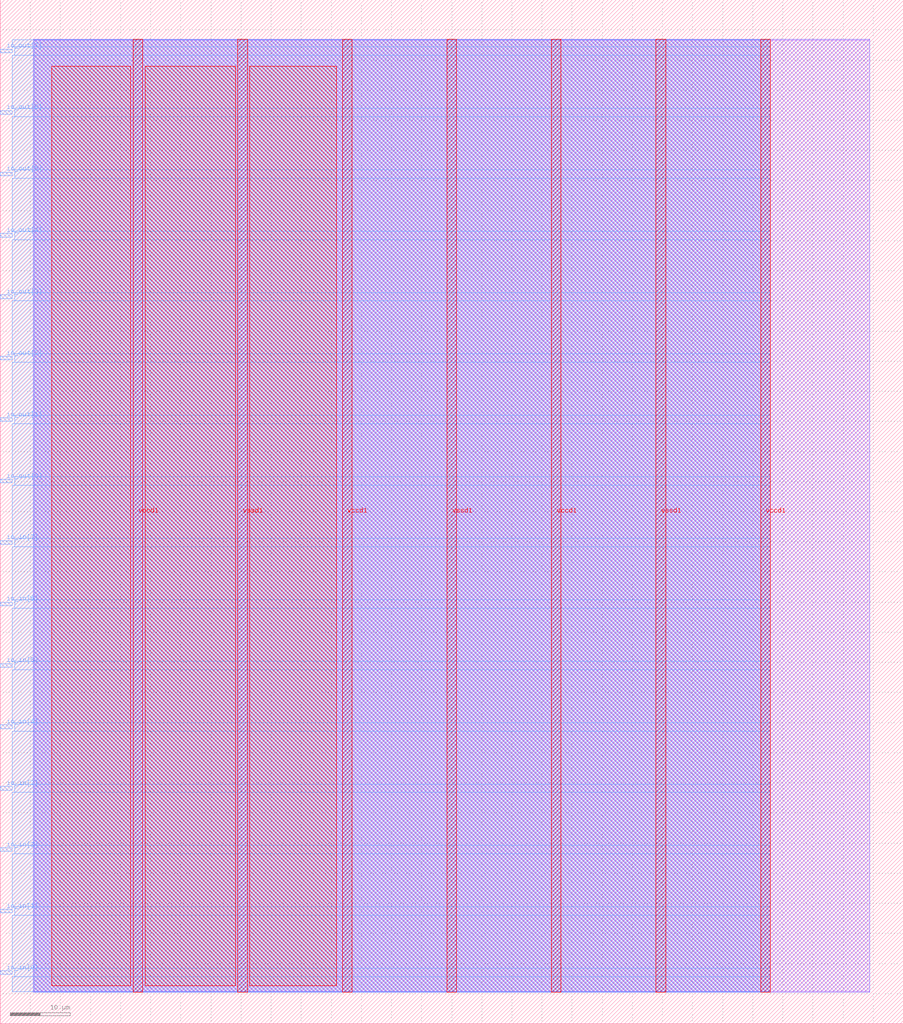
<source format=lef>
VERSION 5.7 ;
  NOWIREEXTENSIONATPIN ON ;
  DIVIDERCHAR "/" ;
  BUSBITCHARS "[]" ;
MACRO tt2_tholin_namebadge
  CLASS BLOCK ;
  FOREIGN tt2_tholin_namebadge ;
  ORIGIN 0.000 0.000 ;
  SIZE 150.000 BY 170.000 ;
  PIN io_in[0]
    DIRECTION INPUT ;
    USE SIGNAL ;
    PORT
      LAYER met3 ;
        RECT 0.000 8.200 2.000 8.800 ;
    END
  END io_in[0]
  PIN io_in[1]
    DIRECTION INPUT ;
    USE SIGNAL ;
    PORT
      LAYER met3 ;
        RECT 0.000 18.400 2.000 19.000 ;
    END
  END io_in[1]
  PIN io_in[2]
    DIRECTION INPUT ;
    USE SIGNAL ;
    PORT
      LAYER met3 ;
        RECT 0.000 28.600 2.000 29.200 ;
    END
  END io_in[2]
  PIN io_in[3]
    DIRECTION INPUT ;
    USE SIGNAL ;
    PORT
      LAYER met3 ;
        RECT 0.000 38.800 2.000 39.400 ;
    END
  END io_in[3]
  PIN io_in[4]
    DIRECTION INPUT ;
    USE SIGNAL ;
    PORT
      LAYER met3 ;
        RECT 0.000 49.000 2.000 49.600 ;
    END
  END io_in[4]
  PIN io_in[5]
    DIRECTION INPUT ;
    USE SIGNAL ;
    PORT
      LAYER met3 ;
        RECT 0.000 59.200 2.000 59.800 ;
    END
  END io_in[5]
  PIN io_in[6]
    DIRECTION INPUT ;
    USE SIGNAL ;
    PORT
      LAYER met3 ;
        RECT 0.000 69.400 2.000 70.000 ;
    END
  END io_in[6]
  PIN io_in[7]
    DIRECTION INPUT ;
    USE SIGNAL ;
    PORT
      LAYER met3 ;
        RECT 0.000 79.600 2.000 80.200 ;
    END
  END io_in[7]
  PIN io_out[0]
    DIRECTION OUTPUT TRISTATE ;
    USE SIGNAL ;
    PORT
      LAYER met3 ;
        RECT 0.000 89.800 2.000 90.400 ;
    END
  END io_out[0]
  PIN io_out[1]
    DIRECTION OUTPUT TRISTATE ;
    USE SIGNAL ;
    PORT
      LAYER met3 ;
        RECT 0.000 100.000 2.000 100.600 ;
    END
  END io_out[1]
  PIN io_out[2]
    DIRECTION OUTPUT TRISTATE ;
    USE SIGNAL ;
    PORT
      LAYER met3 ;
        RECT 0.000 110.200 2.000 110.800 ;
    END
  END io_out[2]
  PIN io_out[3]
    DIRECTION OUTPUT TRISTATE ;
    USE SIGNAL ;
    PORT
      LAYER met3 ;
        RECT 0.000 120.400 2.000 121.000 ;
    END
  END io_out[3]
  PIN io_out[4]
    DIRECTION OUTPUT TRISTATE ;
    USE SIGNAL ;
    PORT
      LAYER met3 ;
        RECT 0.000 130.600 2.000 131.200 ;
    END
  END io_out[4]
  PIN io_out[5]
    DIRECTION OUTPUT TRISTATE ;
    USE SIGNAL ;
    PORT
      LAYER met3 ;
        RECT 0.000 140.800 2.000 141.400 ;
    END
  END io_out[5]
  PIN io_out[6]
    DIRECTION OUTPUT TRISTATE ;
    USE SIGNAL ;
    PORT
      LAYER met3 ;
        RECT 0.000 151.000 2.000 151.600 ;
    END
  END io_out[6]
  PIN io_out[7]
    DIRECTION OUTPUT TRISTATE ;
    USE SIGNAL ;
    PORT
      LAYER met3 ;
        RECT 0.000 161.200 2.000 161.800 ;
    END
  END io_out[7]
  PIN vccd1
    DIRECTION INOUT ;
    USE POWER ;
    PORT
      LAYER met4 ;
        RECT 22.090 5.200 23.690 163.440 ;
    END
    PORT
      LAYER met4 ;
        RECT 56.830 5.200 58.430 163.440 ;
    END
    PORT
      LAYER met4 ;
        RECT 91.570 5.200 93.170 163.440 ;
    END
    PORT
      LAYER met4 ;
        RECT 126.310 5.200 127.910 163.440 ;
    END
  END vccd1
  PIN vssd1
    DIRECTION INOUT ;
    USE GROUND ;
    PORT
      LAYER met4 ;
        RECT 39.460 5.200 41.060 163.440 ;
    END
    PORT
      LAYER met4 ;
        RECT 74.200 5.200 75.800 163.440 ;
    END
    PORT
      LAYER met4 ;
        RECT 108.940 5.200 110.540 163.440 ;
    END
  END vssd1
  OBS
      LAYER li1 ;
        RECT 5.520 5.355 144.440 163.285 ;
      LAYER met1 ;
        RECT 5.520 5.200 144.440 163.440 ;
      LAYER met2 ;
        RECT 5.620 5.255 127.880 163.385 ;
      LAYER met3 ;
        RECT 2.000 162.200 127.900 163.365 ;
        RECT 2.400 160.800 127.900 162.200 ;
        RECT 2.000 152.000 127.900 160.800 ;
        RECT 2.400 150.600 127.900 152.000 ;
        RECT 2.000 141.800 127.900 150.600 ;
        RECT 2.400 140.400 127.900 141.800 ;
        RECT 2.000 131.600 127.900 140.400 ;
        RECT 2.400 130.200 127.900 131.600 ;
        RECT 2.000 121.400 127.900 130.200 ;
        RECT 2.400 120.000 127.900 121.400 ;
        RECT 2.000 111.200 127.900 120.000 ;
        RECT 2.400 109.800 127.900 111.200 ;
        RECT 2.000 101.000 127.900 109.800 ;
        RECT 2.400 99.600 127.900 101.000 ;
        RECT 2.000 90.800 127.900 99.600 ;
        RECT 2.400 89.400 127.900 90.800 ;
        RECT 2.000 80.600 127.900 89.400 ;
        RECT 2.400 79.200 127.900 80.600 ;
        RECT 2.000 70.400 127.900 79.200 ;
        RECT 2.400 69.000 127.900 70.400 ;
        RECT 2.000 60.200 127.900 69.000 ;
        RECT 2.400 58.800 127.900 60.200 ;
        RECT 2.000 50.000 127.900 58.800 ;
        RECT 2.400 48.600 127.900 50.000 ;
        RECT 2.000 39.800 127.900 48.600 ;
        RECT 2.400 38.400 127.900 39.800 ;
        RECT 2.000 29.600 127.900 38.400 ;
        RECT 2.400 28.200 127.900 29.600 ;
        RECT 2.000 19.400 127.900 28.200 ;
        RECT 2.400 18.000 127.900 19.400 ;
        RECT 2.000 9.200 127.900 18.000 ;
        RECT 2.400 7.800 127.900 9.200 ;
        RECT 2.000 5.275 127.900 7.800 ;
      LAYER met4 ;
        RECT 8.575 6.295 21.690 158.945 ;
        RECT 24.090 6.295 39.060 158.945 ;
        RECT 41.460 6.295 55.825 158.945 ;
  END
END tt2_tholin_namebadge
END LIBRARY


</source>
